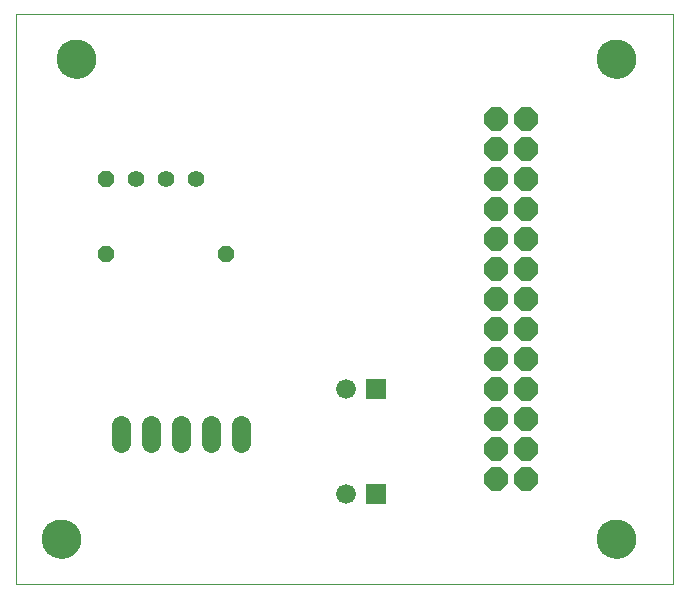
<source format=gbs>
G75*
%MOIN*%
%OFA0B0*%
%FSLAX25Y25*%
%IPPOS*%
%LPD*%
%AMOC8*
5,1,8,0,0,1.08239X$1,22.5*
%
%ADD10C,0.00000*%
%ADD11C,0.12998*%
%ADD12OC8,0.05550*%
%ADD13C,0.05550*%
%ADD14OC8,0.07800*%
%ADD15C,0.06600*%
%ADD16R,0.06600X0.06600*%
%ADD17OC8,0.05600*%
%ADD18C,0.06400*%
D10*
X0001000Y0001000D02*
X0001000Y0190961D01*
X0219701Y0190961D01*
X0219701Y0001000D01*
X0001000Y0001000D01*
X0009701Y0016000D02*
X0009703Y0016158D01*
X0009709Y0016316D01*
X0009719Y0016474D01*
X0009733Y0016632D01*
X0009751Y0016789D01*
X0009772Y0016946D01*
X0009798Y0017102D01*
X0009828Y0017258D01*
X0009861Y0017413D01*
X0009899Y0017566D01*
X0009940Y0017719D01*
X0009985Y0017871D01*
X0010034Y0018022D01*
X0010087Y0018171D01*
X0010143Y0018319D01*
X0010203Y0018465D01*
X0010267Y0018610D01*
X0010335Y0018753D01*
X0010406Y0018895D01*
X0010480Y0019035D01*
X0010558Y0019172D01*
X0010640Y0019308D01*
X0010724Y0019442D01*
X0010813Y0019573D01*
X0010904Y0019702D01*
X0010999Y0019829D01*
X0011096Y0019954D01*
X0011197Y0020076D01*
X0011301Y0020195D01*
X0011408Y0020312D01*
X0011518Y0020426D01*
X0011631Y0020537D01*
X0011746Y0020646D01*
X0011864Y0020751D01*
X0011985Y0020853D01*
X0012108Y0020953D01*
X0012234Y0021049D01*
X0012362Y0021142D01*
X0012492Y0021232D01*
X0012625Y0021318D01*
X0012760Y0021402D01*
X0012896Y0021481D01*
X0013035Y0021558D01*
X0013176Y0021630D01*
X0013318Y0021700D01*
X0013462Y0021765D01*
X0013608Y0021827D01*
X0013755Y0021885D01*
X0013904Y0021940D01*
X0014054Y0021991D01*
X0014205Y0022038D01*
X0014357Y0022081D01*
X0014510Y0022120D01*
X0014665Y0022156D01*
X0014820Y0022187D01*
X0014976Y0022215D01*
X0015132Y0022239D01*
X0015289Y0022259D01*
X0015447Y0022275D01*
X0015604Y0022287D01*
X0015763Y0022295D01*
X0015921Y0022299D01*
X0016079Y0022299D01*
X0016237Y0022295D01*
X0016396Y0022287D01*
X0016553Y0022275D01*
X0016711Y0022259D01*
X0016868Y0022239D01*
X0017024Y0022215D01*
X0017180Y0022187D01*
X0017335Y0022156D01*
X0017490Y0022120D01*
X0017643Y0022081D01*
X0017795Y0022038D01*
X0017946Y0021991D01*
X0018096Y0021940D01*
X0018245Y0021885D01*
X0018392Y0021827D01*
X0018538Y0021765D01*
X0018682Y0021700D01*
X0018824Y0021630D01*
X0018965Y0021558D01*
X0019104Y0021481D01*
X0019240Y0021402D01*
X0019375Y0021318D01*
X0019508Y0021232D01*
X0019638Y0021142D01*
X0019766Y0021049D01*
X0019892Y0020953D01*
X0020015Y0020853D01*
X0020136Y0020751D01*
X0020254Y0020646D01*
X0020369Y0020537D01*
X0020482Y0020426D01*
X0020592Y0020312D01*
X0020699Y0020195D01*
X0020803Y0020076D01*
X0020904Y0019954D01*
X0021001Y0019829D01*
X0021096Y0019702D01*
X0021187Y0019573D01*
X0021276Y0019442D01*
X0021360Y0019308D01*
X0021442Y0019172D01*
X0021520Y0019035D01*
X0021594Y0018895D01*
X0021665Y0018753D01*
X0021733Y0018610D01*
X0021797Y0018465D01*
X0021857Y0018319D01*
X0021913Y0018171D01*
X0021966Y0018022D01*
X0022015Y0017871D01*
X0022060Y0017719D01*
X0022101Y0017566D01*
X0022139Y0017413D01*
X0022172Y0017258D01*
X0022202Y0017102D01*
X0022228Y0016946D01*
X0022249Y0016789D01*
X0022267Y0016632D01*
X0022281Y0016474D01*
X0022291Y0016316D01*
X0022297Y0016158D01*
X0022299Y0016000D01*
X0022297Y0015842D01*
X0022291Y0015684D01*
X0022281Y0015526D01*
X0022267Y0015368D01*
X0022249Y0015211D01*
X0022228Y0015054D01*
X0022202Y0014898D01*
X0022172Y0014742D01*
X0022139Y0014587D01*
X0022101Y0014434D01*
X0022060Y0014281D01*
X0022015Y0014129D01*
X0021966Y0013978D01*
X0021913Y0013829D01*
X0021857Y0013681D01*
X0021797Y0013535D01*
X0021733Y0013390D01*
X0021665Y0013247D01*
X0021594Y0013105D01*
X0021520Y0012965D01*
X0021442Y0012828D01*
X0021360Y0012692D01*
X0021276Y0012558D01*
X0021187Y0012427D01*
X0021096Y0012298D01*
X0021001Y0012171D01*
X0020904Y0012046D01*
X0020803Y0011924D01*
X0020699Y0011805D01*
X0020592Y0011688D01*
X0020482Y0011574D01*
X0020369Y0011463D01*
X0020254Y0011354D01*
X0020136Y0011249D01*
X0020015Y0011147D01*
X0019892Y0011047D01*
X0019766Y0010951D01*
X0019638Y0010858D01*
X0019508Y0010768D01*
X0019375Y0010682D01*
X0019240Y0010598D01*
X0019104Y0010519D01*
X0018965Y0010442D01*
X0018824Y0010370D01*
X0018682Y0010300D01*
X0018538Y0010235D01*
X0018392Y0010173D01*
X0018245Y0010115D01*
X0018096Y0010060D01*
X0017946Y0010009D01*
X0017795Y0009962D01*
X0017643Y0009919D01*
X0017490Y0009880D01*
X0017335Y0009844D01*
X0017180Y0009813D01*
X0017024Y0009785D01*
X0016868Y0009761D01*
X0016711Y0009741D01*
X0016553Y0009725D01*
X0016396Y0009713D01*
X0016237Y0009705D01*
X0016079Y0009701D01*
X0015921Y0009701D01*
X0015763Y0009705D01*
X0015604Y0009713D01*
X0015447Y0009725D01*
X0015289Y0009741D01*
X0015132Y0009761D01*
X0014976Y0009785D01*
X0014820Y0009813D01*
X0014665Y0009844D01*
X0014510Y0009880D01*
X0014357Y0009919D01*
X0014205Y0009962D01*
X0014054Y0010009D01*
X0013904Y0010060D01*
X0013755Y0010115D01*
X0013608Y0010173D01*
X0013462Y0010235D01*
X0013318Y0010300D01*
X0013176Y0010370D01*
X0013035Y0010442D01*
X0012896Y0010519D01*
X0012760Y0010598D01*
X0012625Y0010682D01*
X0012492Y0010768D01*
X0012362Y0010858D01*
X0012234Y0010951D01*
X0012108Y0011047D01*
X0011985Y0011147D01*
X0011864Y0011249D01*
X0011746Y0011354D01*
X0011631Y0011463D01*
X0011518Y0011574D01*
X0011408Y0011688D01*
X0011301Y0011805D01*
X0011197Y0011924D01*
X0011096Y0012046D01*
X0010999Y0012171D01*
X0010904Y0012298D01*
X0010813Y0012427D01*
X0010724Y0012558D01*
X0010640Y0012692D01*
X0010558Y0012828D01*
X0010480Y0012965D01*
X0010406Y0013105D01*
X0010335Y0013247D01*
X0010267Y0013390D01*
X0010203Y0013535D01*
X0010143Y0013681D01*
X0010087Y0013829D01*
X0010034Y0013978D01*
X0009985Y0014129D01*
X0009940Y0014281D01*
X0009899Y0014434D01*
X0009861Y0014587D01*
X0009828Y0014742D01*
X0009798Y0014898D01*
X0009772Y0015054D01*
X0009751Y0015211D01*
X0009733Y0015368D01*
X0009719Y0015526D01*
X0009709Y0015684D01*
X0009703Y0015842D01*
X0009701Y0016000D01*
X0014701Y0176000D02*
X0014703Y0176158D01*
X0014709Y0176316D01*
X0014719Y0176474D01*
X0014733Y0176632D01*
X0014751Y0176789D01*
X0014772Y0176946D01*
X0014798Y0177102D01*
X0014828Y0177258D01*
X0014861Y0177413D01*
X0014899Y0177566D01*
X0014940Y0177719D01*
X0014985Y0177871D01*
X0015034Y0178022D01*
X0015087Y0178171D01*
X0015143Y0178319D01*
X0015203Y0178465D01*
X0015267Y0178610D01*
X0015335Y0178753D01*
X0015406Y0178895D01*
X0015480Y0179035D01*
X0015558Y0179172D01*
X0015640Y0179308D01*
X0015724Y0179442D01*
X0015813Y0179573D01*
X0015904Y0179702D01*
X0015999Y0179829D01*
X0016096Y0179954D01*
X0016197Y0180076D01*
X0016301Y0180195D01*
X0016408Y0180312D01*
X0016518Y0180426D01*
X0016631Y0180537D01*
X0016746Y0180646D01*
X0016864Y0180751D01*
X0016985Y0180853D01*
X0017108Y0180953D01*
X0017234Y0181049D01*
X0017362Y0181142D01*
X0017492Y0181232D01*
X0017625Y0181318D01*
X0017760Y0181402D01*
X0017896Y0181481D01*
X0018035Y0181558D01*
X0018176Y0181630D01*
X0018318Y0181700D01*
X0018462Y0181765D01*
X0018608Y0181827D01*
X0018755Y0181885D01*
X0018904Y0181940D01*
X0019054Y0181991D01*
X0019205Y0182038D01*
X0019357Y0182081D01*
X0019510Y0182120D01*
X0019665Y0182156D01*
X0019820Y0182187D01*
X0019976Y0182215D01*
X0020132Y0182239D01*
X0020289Y0182259D01*
X0020447Y0182275D01*
X0020604Y0182287D01*
X0020763Y0182295D01*
X0020921Y0182299D01*
X0021079Y0182299D01*
X0021237Y0182295D01*
X0021396Y0182287D01*
X0021553Y0182275D01*
X0021711Y0182259D01*
X0021868Y0182239D01*
X0022024Y0182215D01*
X0022180Y0182187D01*
X0022335Y0182156D01*
X0022490Y0182120D01*
X0022643Y0182081D01*
X0022795Y0182038D01*
X0022946Y0181991D01*
X0023096Y0181940D01*
X0023245Y0181885D01*
X0023392Y0181827D01*
X0023538Y0181765D01*
X0023682Y0181700D01*
X0023824Y0181630D01*
X0023965Y0181558D01*
X0024104Y0181481D01*
X0024240Y0181402D01*
X0024375Y0181318D01*
X0024508Y0181232D01*
X0024638Y0181142D01*
X0024766Y0181049D01*
X0024892Y0180953D01*
X0025015Y0180853D01*
X0025136Y0180751D01*
X0025254Y0180646D01*
X0025369Y0180537D01*
X0025482Y0180426D01*
X0025592Y0180312D01*
X0025699Y0180195D01*
X0025803Y0180076D01*
X0025904Y0179954D01*
X0026001Y0179829D01*
X0026096Y0179702D01*
X0026187Y0179573D01*
X0026276Y0179442D01*
X0026360Y0179308D01*
X0026442Y0179172D01*
X0026520Y0179035D01*
X0026594Y0178895D01*
X0026665Y0178753D01*
X0026733Y0178610D01*
X0026797Y0178465D01*
X0026857Y0178319D01*
X0026913Y0178171D01*
X0026966Y0178022D01*
X0027015Y0177871D01*
X0027060Y0177719D01*
X0027101Y0177566D01*
X0027139Y0177413D01*
X0027172Y0177258D01*
X0027202Y0177102D01*
X0027228Y0176946D01*
X0027249Y0176789D01*
X0027267Y0176632D01*
X0027281Y0176474D01*
X0027291Y0176316D01*
X0027297Y0176158D01*
X0027299Y0176000D01*
X0027297Y0175842D01*
X0027291Y0175684D01*
X0027281Y0175526D01*
X0027267Y0175368D01*
X0027249Y0175211D01*
X0027228Y0175054D01*
X0027202Y0174898D01*
X0027172Y0174742D01*
X0027139Y0174587D01*
X0027101Y0174434D01*
X0027060Y0174281D01*
X0027015Y0174129D01*
X0026966Y0173978D01*
X0026913Y0173829D01*
X0026857Y0173681D01*
X0026797Y0173535D01*
X0026733Y0173390D01*
X0026665Y0173247D01*
X0026594Y0173105D01*
X0026520Y0172965D01*
X0026442Y0172828D01*
X0026360Y0172692D01*
X0026276Y0172558D01*
X0026187Y0172427D01*
X0026096Y0172298D01*
X0026001Y0172171D01*
X0025904Y0172046D01*
X0025803Y0171924D01*
X0025699Y0171805D01*
X0025592Y0171688D01*
X0025482Y0171574D01*
X0025369Y0171463D01*
X0025254Y0171354D01*
X0025136Y0171249D01*
X0025015Y0171147D01*
X0024892Y0171047D01*
X0024766Y0170951D01*
X0024638Y0170858D01*
X0024508Y0170768D01*
X0024375Y0170682D01*
X0024240Y0170598D01*
X0024104Y0170519D01*
X0023965Y0170442D01*
X0023824Y0170370D01*
X0023682Y0170300D01*
X0023538Y0170235D01*
X0023392Y0170173D01*
X0023245Y0170115D01*
X0023096Y0170060D01*
X0022946Y0170009D01*
X0022795Y0169962D01*
X0022643Y0169919D01*
X0022490Y0169880D01*
X0022335Y0169844D01*
X0022180Y0169813D01*
X0022024Y0169785D01*
X0021868Y0169761D01*
X0021711Y0169741D01*
X0021553Y0169725D01*
X0021396Y0169713D01*
X0021237Y0169705D01*
X0021079Y0169701D01*
X0020921Y0169701D01*
X0020763Y0169705D01*
X0020604Y0169713D01*
X0020447Y0169725D01*
X0020289Y0169741D01*
X0020132Y0169761D01*
X0019976Y0169785D01*
X0019820Y0169813D01*
X0019665Y0169844D01*
X0019510Y0169880D01*
X0019357Y0169919D01*
X0019205Y0169962D01*
X0019054Y0170009D01*
X0018904Y0170060D01*
X0018755Y0170115D01*
X0018608Y0170173D01*
X0018462Y0170235D01*
X0018318Y0170300D01*
X0018176Y0170370D01*
X0018035Y0170442D01*
X0017896Y0170519D01*
X0017760Y0170598D01*
X0017625Y0170682D01*
X0017492Y0170768D01*
X0017362Y0170858D01*
X0017234Y0170951D01*
X0017108Y0171047D01*
X0016985Y0171147D01*
X0016864Y0171249D01*
X0016746Y0171354D01*
X0016631Y0171463D01*
X0016518Y0171574D01*
X0016408Y0171688D01*
X0016301Y0171805D01*
X0016197Y0171924D01*
X0016096Y0172046D01*
X0015999Y0172171D01*
X0015904Y0172298D01*
X0015813Y0172427D01*
X0015724Y0172558D01*
X0015640Y0172692D01*
X0015558Y0172828D01*
X0015480Y0172965D01*
X0015406Y0173105D01*
X0015335Y0173247D01*
X0015267Y0173390D01*
X0015203Y0173535D01*
X0015143Y0173681D01*
X0015087Y0173829D01*
X0015034Y0173978D01*
X0014985Y0174129D01*
X0014940Y0174281D01*
X0014899Y0174434D01*
X0014861Y0174587D01*
X0014828Y0174742D01*
X0014798Y0174898D01*
X0014772Y0175054D01*
X0014751Y0175211D01*
X0014733Y0175368D01*
X0014719Y0175526D01*
X0014709Y0175684D01*
X0014703Y0175842D01*
X0014701Y0176000D01*
X0194701Y0176000D02*
X0194703Y0176158D01*
X0194709Y0176316D01*
X0194719Y0176474D01*
X0194733Y0176632D01*
X0194751Y0176789D01*
X0194772Y0176946D01*
X0194798Y0177102D01*
X0194828Y0177258D01*
X0194861Y0177413D01*
X0194899Y0177566D01*
X0194940Y0177719D01*
X0194985Y0177871D01*
X0195034Y0178022D01*
X0195087Y0178171D01*
X0195143Y0178319D01*
X0195203Y0178465D01*
X0195267Y0178610D01*
X0195335Y0178753D01*
X0195406Y0178895D01*
X0195480Y0179035D01*
X0195558Y0179172D01*
X0195640Y0179308D01*
X0195724Y0179442D01*
X0195813Y0179573D01*
X0195904Y0179702D01*
X0195999Y0179829D01*
X0196096Y0179954D01*
X0196197Y0180076D01*
X0196301Y0180195D01*
X0196408Y0180312D01*
X0196518Y0180426D01*
X0196631Y0180537D01*
X0196746Y0180646D01*
X0196864Y0180751D01*
X0196985Y0180853D01*
X0197108Y0180953D01*
X0197234Y0181049D01*
X0197362Y0181142D01*
X0197492Y0181232D01*
X0197625Y0181318D01*
X0197760Y0181402D01*
X0197896Y0181481D01*
X0198035Y0181558D01*
X0198176Y0181630D01*
X0198318Y0181700D01*
X0198462Y0181765D01*
X0198608Y0181827D01*
X0198755Y0181885D01*
X0198904Y0181940D01*
X0199054Y0181991D01*
X0199205Y0182038D01*
X0199357Y0182081D01*
X0199510Y0182120D01*
X0199665Y0182156D01*
X0199820Y0182187D01*
X0199976Y0182215D01*
X0200132Y0182239D01*
X0200289Y0182259D01*
X0200447Y0182275D01*
X0200604Y0182287D01*
X0200763Y0182295D01*
X0200921Y0182299D01*
X0201079Y0182299D01*
X0201237Y0182295D01*
X0201396Y0182287D01*
X0201553Y0182275D01*
X0201711Y0182259D01*
X0201868Y0182239D01*
X0202024Y0182215D01*
X0202180Y0182187D01*
X0202335Y0182156D01*
X0202490Y0182120D01*
X0202643Y0182081D01*
X0202795Y0182038D01*
X0202946Y0181991D01*
X0203096Y0181940D01*
X0203245Y0181885D01*
X0203392Y0181827D01*
X0203538Y0181765D01*
X0203682Y0181700D01*
X0203824Y0181630D01*
X0203965Y0181558D01*
X0204104Y0181481D01*
X0204240Y0181402D01*
X0204375Y0181318D01*
X0204508Y0181232D01*
X0204638Y0181142D01*
X0204766Y0181049D01*
X0204892Y0180953D01*
X0205015Y0180853D01*
X0205136Y0180751D01*
X0205254Y0180646D01*
X0205369Y0180537D01*
X0205482Y0180426D01*
X0205592Y0180312D01*
X0205699Y0180195D01*
X0205803Y0180076D01*
X0205904Y0179954D01*
X0206001Y0179829D01*
X0206096Y0179702D01*
X0206187Y0179573D01*
X0206276Y0179442D01*
X0206360Y0179308D01*
X0206442Y0179172D01*
X0206520Y0179035D01*
X0206594Y0178895D01*
X0206665Y0178753D01*
X0206733Y0178610D01*
X0206797Y0178465D01*
X0206857Y0178319D01*
X0206913Y0178171D01*
X0206966Y0178022D01*
X0207015Y0177871D01*
X0207060Y0177719D01*
X0207101Y0177566D01*
X0207139Y0177413D01*
X0207172Y0177258D01*
X0207202Y0177102D01*
X0207228Y0176946D01*
X0207249Y0176789D01*
X0207267Y0176632D01*
X0207281Y0176474D01*
X0207291Y0176316D01*
X0207297Y0176158D01*
X0207299Y0176000D01*
X0207297Y0175842D01*
X0207291Y0175684D01*
X0207281Y0175526D01*
X0207267Y0175368D01*
X0207249Y0175211D01*
X0207228Y0175054D01*
X0207202Y0174898D01*
X0207172Y0174742D01*
X0207139Y0174587D01*
X0207101Y0174434D01*
X0207060Y0174281D01*
X0207015Y0174129D01*
X0206966Y0173978D01*
X0206913Y0173829D01*
X0206857Y0173681D01*
X0206797Y0173535D01*
X0206733Y0173390D01*
X0206665Y0173247D01*
X0206594Y0173105D01*
X0206520Y0172965D01*
X0206442Y0172828D01*
X0206360Y0172692D01*
X0206276Y0172558D01*
X0206187Y0172427D01*
X0206096Y0172298D01*
X0206001Y0172171D01*
X0205904Y0172046D01*
X0205803Y0171924D01*
X0205699Y0171805D01*
X0205592Y0171688D01*
X0205482Y0171574D01*
X0205369Y0171463D01*
X0205254Y0171354D01*
X0205136Y0171249D01*
X0205015Y0171147D01*
X0204892Y0171047D01*
X0204766Y0170951D01*
X0204638Y0170858D01*
X0204508Y0170768D01*
X0204375Y0170682D01*
X0204240Y0170598D01*
X0204104Y0170519D01*
X0203965Y0170442D01*
X0203824Y0170370D01*
X0203682Y0170300D01*
X0203538Y0170235D01*
X0203392Y0170173D01*
X0203245Y0170115D01*
X0203096Y0170060D01*
X0202946Y0170009D01*
X0202795Y0169962D01*
X0202643Y0169919D01*
X0202490Y0169880D01*
X0202335Y0169844D01*
X0202180Y0169813D01*
X0202024Y0169785D01*
X0201868Y0169761D01*
X0201711Y0169741D01*
X0201553Y0169725D01*
X0201396Y0169713D01*
X0201237Y0169705D01*
X0201079Y0169701D01*
X0200921Y0169701D01*
X0200763Y0169705D01*
X0200604Y0169713D01*
X0200447Y0169725D01*
X0200289Y0169741D01*
X0200132Y0169761D01*
X0199976Y0169785D01*
X0199820Y0169813D01*
X0199665Y0169844D01*
X0199510Y0169880D01*
X0199357Y0169919D01*
X0199205Y0169962D01*
X0199054Y0170009D01*
X0198904Y0170060D01*
X0198755Y0170115D01*
X0198608Y0170173D01*
X0198462Y0170235D01*
X0198318Y0170300D01*
X0198176Y0170370D01*
X0198035Y0170442D01*
X0197896Y0170519D01*
X0197760Y0170598D01*
X0197625Y0170682D01*
X0197492Y0170768D01*
X0197362Y0170858D01*
X0197234Y0170951D01*
X0197108Y0171047D01*
X0196985Y0171147D01*
X0196864Y0171249D01*
X0196746Y0171354D01*
X0196631Y0171463D01*
X0196518Y0171574D01*
X0196408Y0171688D01*
X0196301Y0171805D01*
X0196197Y0171924D01*
X0196096Y0172046D01*
X0195999Y0172171D01*
X0195904Y0172298D01*
X0195813Y0172427D01*
X0195724Y0172558D01*
X0195640Y0172692D01*
X0195558Y0172828D01*
X0195480Y0172965D01*
X0195406Y0173105D01*
X0195335Y0173247D01*
X0195267Y0173390D01*
X0195203Y0173535D01*
X0195143Y0173681D01*
X0195087Y0173829D01*
X0195034Y0173978D01*
X0194985Y0174129D01*
X0194940Y0174281D01*
X0194899Y0174434D01*
X0194861Y0174587D01*
X0194828Y0174742D01*
X0194798Y0174898D01*
X0194772Y0175054D01*
X0194751Y0175211D01*
X0194733Y0175368D01*
X0194719Y0175526D01*
X0194709Y0175684D01*
X0194703Y0175842D01*
X0194701Y0176000D01*
X0194701Y0016000D02*
X0194703Y0016158D01*
X0194709Y0016316D01*
X0194719Y0016474D01*
X0194733Y0016632D01*
X0194751Y0016789D01*
X0194772Y0016946D01*
X0194798Y0017102D01*
X0194828Y0017258D01*
X0194861Y0017413D01*
X0194899Y0017566D01*
X0194940Y0017719D01*
X0194985Y0017871D01*
X0195034Y0018022D01*
X0195087Y0018171D01*
X0195143Y0018319D01*
X0195203Y0018465D01*
X0195267Y0018610D01*
X0195335Y0018753D01*
X0195406Y0018895D01*
X0195480Y0019035D01*
X0195558Y0019172D01*
X0195640Y0019308D01*
X0195724Y0019442D01*
X0195813Y0019573D01*
X0195904Y0019702D01*
X0195999Y0019829D01*
X0196096Y0019954D01*
X0196197Y0020076D01*
X0196301Y0020195D01*
X0196408Y0020312D01*
X0196518Y0020426D01*
X0196631Y0020537D01*
X0196746Y0020646D01*
X0196864Y0020751D01*
X0196985Y0020853D01*
X0197108Y0020953D01*
X0197234Y0021049D01*
X0197362Y0021142D01*
X0197492Y0021232D01*
X0197625Y0021318D01*
X0197760Y0021402D01*
X0197896Y0021481D01*
X0198035Y0021558D01*
X0198176Y0021630D01*
X0198318Y0021700D01*
X0198462Y0021765D01*
X0198608Y0021827D01*
X0198755Y0021885D01*
X0198904Y0021940D01*
X0199054Y0021991D01*
X0199205Y0022038D01*
X0199357Y0022081D01*
X0199510Y0022120D01*
X0199665Y0022156D01*
X0199820Y0022187D01*
X0199976Y0022215D01*
X0200132Y0022239D01*
X0200289Y0022259D01*
X0200447Y0022275D01*
X0200604Y0022287D01*
X0200763Y0022295D01*
X0200921Y0022299D01*
X0201079Y0022299D01*
X0201237Y0022295D01*
X0201396Y0022287D01*
X0201553Y0022275D01*
X0201711Y0022259D01*
X0201868Y0022239D01*
X0202024Y0022215D01*
X0202180Y0022187D01*
X0202335Y0022156D01*
X0202490Y0022120D01*
X0202643Y0022081D01*
X0202795Y0022038D01*
X0202946Y0021991D01*
X0203096Y0021940D01*
X0203245Y0021885D01*
X0203392Y0021827D01*
X0203538Y0021765D01*
X0203682Y0021700D01*
X0203824Y0021630D01*
X0203965Y0021558D01*
X0204104Y0021481D01*
X0204240Y0021402D01*
X0204375Y0021318D01*
X0204508Y0021232D01*
X0204638Y0021142D01*
X0204766Y0021049D01*
X0204892Y0020953D01*
X0205015Y0020853D01*
X0205136Y0020751D01*
X0205254Y0020646D01*
X0205369Y0020537D01*
X0205482Y0020426D01*
X0205592Y0020312D01*
X0205699Y0020195D01*
X0205803Y0020076D01*
X0205904Y0019954D01*
X0206001Y0019829D01*
X0206096Y0019702D01*
X0206187Y0019573D01*
X0206276Y0019442D01*
X0206360Y0019308D01*
X0206442Y0019172D01*
X0206520Y0019035D01*
X0206594Y0018895D01*
X0206665Y0018753D01*
X0206733Y0018610D01*
X0206797Y0018465D01*
X0206857Y0018319D01*
X0206913Y0018171D01*
X0206966Y0018022D01*
X0207015Y0017871D01*
X0207060Y0017719D01*
X0207101Y0017566D01*
X0207139Y0017413D01*
X0207172Y0017258D01*
X0207202Y0017102D01*
X0207228Y0016946D01*
X0207249Y0016789D01*
X0207267Y0016632D01*
X0207281Y0016474D01*
X0207291Y0016316D01*
X0207297Y0016158D01*
X0207299Y0016000D01*
X0207297Y0015842D01*
X0207291Y0015684D01*
X0207281Y0015526D01*
X0207267Y0015368D01*
X0207249Y0015211D01*
X0207228Y0015054D01*
X0207202Y0014898D01*
X0207172Y0014742D01*
X0207139Y0014587D01*
X0207101Y0014434D01*
X0207060Y0014281D01*
X0207015Y0014129D01*
X0206966Y0013978D01*
X0206913Y0013829D01*
X0206857Y0013681D01*
X0206797Y0013535D01*
X0206733Y0013390D01*
X0206665Y0013247D01*
X0206594Y0013105D01*
X0206520Y0012965D01*
X0206442Y0012828D01*
X0206360Y0012692D01*
X0206276Y0012558D01*
X0206187Y0012427D01*
X0206096Y0012298D01*
X0206001Y0012171D01*
X0205904Y0012046D01*
X0205803Y0011924D01*
X0205699Y0011805D01*
X0205592Y0011688D01*
X0205482Y0011574D01*
X0205369Y0011463D01*
X0205254Y0011354D01*
X0205136Y0011249D01*
X0205015Y0011147D01*
X0204892Y0011047D01*
X0204766Y0010951D01*
X0204638Y0010858D01*
X0204508Y0010768D01*
X0204375Y0010682D01*
X0204240Y0010598D01*
X0204104Y0010519D01*
X0203965Y0010442D01*
X0203824Y0010370D01*
X0203682Y0010300D01*
X0203538Y0010235D01*
X0203392Y0010173D01*
X0203245Y0010115D01*
X0203096Y0010060D01*
X0202946Y0010009D01*
X0202795Y0009962D01*
X0202643Y0009919D01*
X0202490Y0009880D01*
X0202335Y0009844D01*
X0202180Y0009813D01*
X0202024Y0009785D01*
X0201868Y0009761D01*
X0201711Y0009741D01*
X0201553Y0009725D01*
X0201396Y0009713D01*
X0201237Y0009705D01*
X0201079Y0009701D01*
X0200921Y0009701D01*
X0200763Y0009705D01*
X0200604Y0009713D01*
X0200447Y0009725D01*
X0200289Y0009741D01*
X0200132Y0009761D01*
X0199976Y0009785D01*
X0199820Y0009813D01*
X0199665Y0009844D01*
X0199510Y0009880D01*
X0199357Y0009919D01*
X0199205Y0009962D01*
X0199054Y0010009D01*
X0198904Y0010060D01*
X0198755Y0010115D01*
X0198608Y0010173D01*
X0198462Y0010235D01*
X0198318Y0010300D01*
X0198176Y0010370D01*
X0198035Y0010442D01*
X0197896Y0010519D01*
X0197760Y0010598D01*
X0197625Y0010682D01*
X0197492Y0010768D01*
X0197362Y0010858D01*
X0197234Y0010951D01*
X0197108Y0011047D01*
X0196985Y0011147D01*
X0196864Y0011249D01*
X0196746Y0011354D01*
X0196631Y0011463D01*
X0196518Y0011574D01*
X0196408Y0011688D01*
X0196301Y0011805D01*
X0196197Y0011924D01*
X0196096Y0012046D01*
X0195999Y0012171D01*
X0195904Y0012298D01*
X0195813Y0012427D01*
X0195724Y0012558D01*
X0195640Y0012692D01*
X0195558Y0012828D01*
X0195480Y0012965D01*
X0195406Y0013105D01*
X0195335Y0013247D01*
X0195267Y0013390D01*
X0195203Y0013535D01*
X0195143Y0013681D01*
X0195087Y0013829D01*
X0195034Y0013978D01*
X0194985Y0014129D01*
X0194940Y0014281D01*
X0194899Y0014434D01*
X0194861Y0014587D01*
X0194828Y0014742D01*
X0194798Y0014898D01*
X0194772Y0015054D01*
X0194751Y0015211D01*
X0194733Y0015368D01*
X0194719Y0015526D01*
X0194709Y0015684D01*
X0194703Y0015842D01*
X0194701Y0016000D01*
D11*
X0201000Y0016000D03*
X0201000Y0176000D03*
X0021000Y0176000D03*
X0016000Y0016000D03*
D12*
X0031000Y0136000D03*
D13*
X0041000Y0136000D03*
X0051000Y0136000D03*
X0061000Y0136000D03*
D14*
X0161000Y0136000D03*
X0161000Y0126000D03*
X0161000Y0116000D03*
X0161000Y0106000D03*
X0161000Y0096000D03*
X0171000Y0096000D03*
X0171000Y0106000D03*
X0171000Y0116000D03*
X0171000Y0126000D03*
X0171000Y0136000D03*
X0171000Y0146000D03*
X0171000Y0156000D03*
X0161000Y0156000D03*
X0161000Y0146000D03*
X0161000Y0086000D03*
X0161000Y0076000D03*
X0161000Y0066000D03*
X0161000Y0056000D03*
X0171000Y0056000D03*
X0171000Y0066000D03*
X0171000Y0076000D03*
X0171000Y0086000D03*
X0171000Y0046000D03*
X0171000Y0036000D03*
X0161000Y0036000D03*
X0161000Y0046000D03*
D15*
X0111000Y0031000D03*
X0111000Y0066000D03*
D16*
X0121000Y0066000D03*
X0121000Y0031000D03*
D17*
X0071000Y0111000D03*
X0031000Y0111000D03*
D18*
X0036000Y0054000D02*
X0036000Y0048000D01*
X0046000Y0048000D02*
X0046000Y0054000D01*
X0056000Y0054000D02*
X0056000Y0048000D01*
X0066000Y0048000D02*
X0066000Y0054000D01*
X0076000Y0054000D02*
X0076000Y0048000D01*
M02*

</source>
